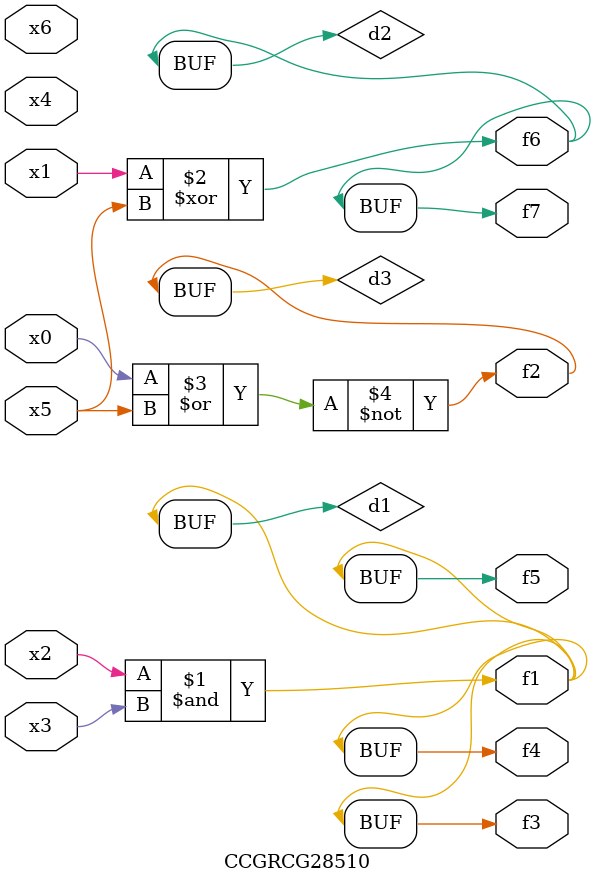
<source format=v>
module CCGRCG28510(
	input x0, x1, x2, x3, x4, x5, x6,
	output f1, f2, f3, f4, f5, f6, f7
);

	wire d1, d2, d3;

	and (d1, x2, x3);
	xor (d2, x1, x5);
	nor (d3, x0, x5);
	assign f1 = d1;
	assign f2 = d3;
	assign f3 = d1;
	assign f4 = d1;
	assign f5 = d1;
	assign f6 = d2;
	assign f7 = d2;
endmodule

</source>
